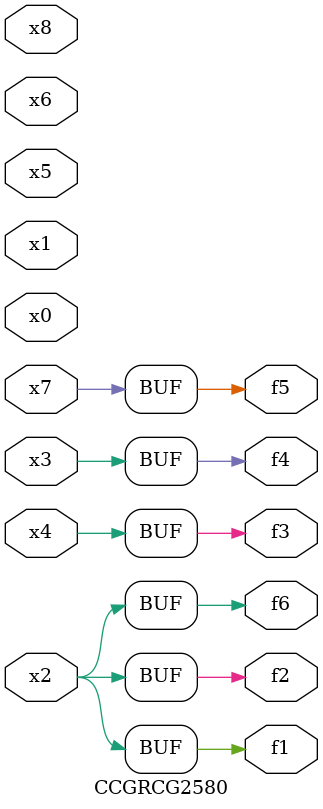
<source format=v>
module CCGRCG2580(
	input x0, x1, x2, x3, x4, x5, x6, x7, x8,
	output f1, f2, f3, f4, f5, f6
);
	assign f1 = x2;
	assign f2 = x2;
	assign f3 = x4;
	assign f4 = x3;
	assign f5 = x7;
	assign f6 = x2;
endmodule

</source>
